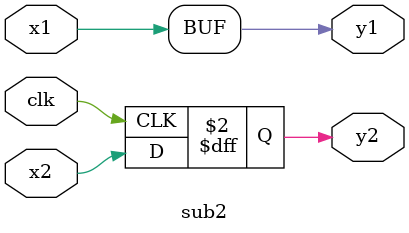
<source format=v>
module top(clk,x1,x2,y1,y2);
    input clk;
    input  wire x1;
    input  wire x2;
    output wire y1;
    output reg  y2;

    // @annot{taint_source(x1)}
    // @annot{taint_source(x2)}
    // @annot{taint_sink(y1)}
    // @annot{taint_sink(y2)}

    reg  top_reg;
    wire top_wire;

    sub1 SUB1(clk, x1, top_reg, y1, top_wire);

    always @(posedge clk) begin
        y2 <= x2; 
    end

endmodule // top

module sub1(clk,x1,x2,y1,y2);
    input clk;
    input  wire x1; // top.x1
    input  wire x2; // top.top_reg
    output wire y1; // top.y1
    output reg  y2; // top.top_wire

    // @annot{taint_source(x1)}
    // @annot{taint_source(x2)}
    // @annot{taint_sink(y1)}
    // @annot{taint_sink(y2)}

    reg  sub1_reg;
    wire sub1_wire;

    sub2 SUB2(clk, x1, sub1_reg, y1, sub1_wire);

    always @(posedge clk) begin
        y2 <= x2; 
    end

endmodule // top


module sub2(clk,x1,x2,y1,y2);
    input clk;
    input  wire x1; // sub1.x1
    input  wire x2; // sub1.sub1_reg
    output wire y1; // sub1.y1
    output reg  y2; // sub1.sub1_wire

    // @annot{taint_source(x1)}
    // @annot{taint_source(x2)}
    // @annot{taint_sink(y1)}
    // @annot{taint_sink(y2)}

    assign y1 = x1;    

    always @(posedge clk) begin
        y2 <= x2; 
    end

endmodule // top
</source>
